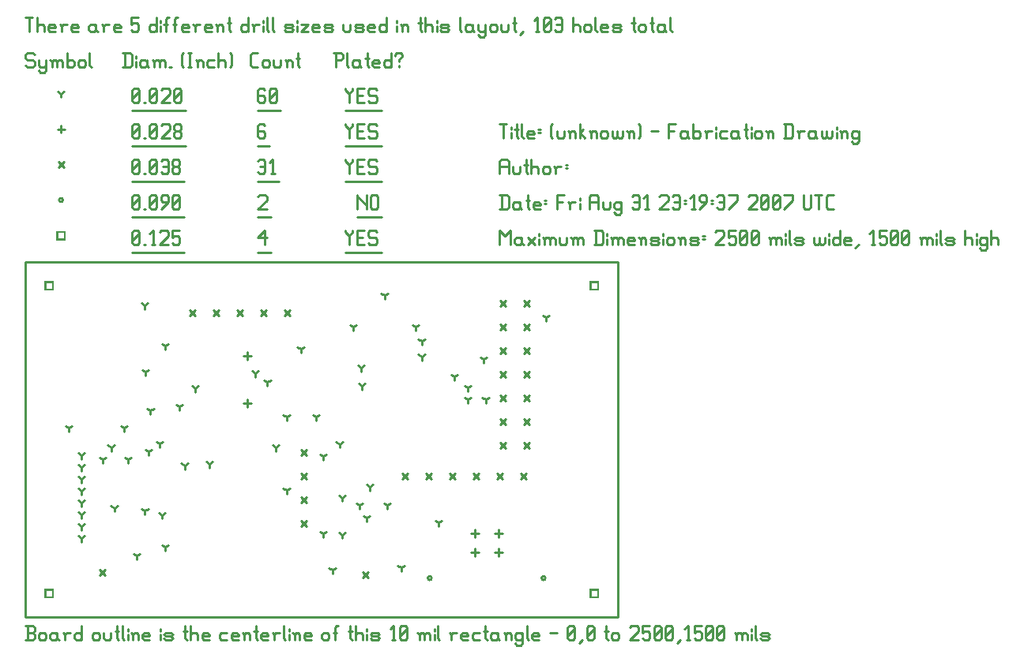
<source format=gbr>
G04 start of page 10 for group -3984 idx -3984
G04 Title: (unknown), fab *
G04 Creator: pcb 20070208 *
G04 CreationDate: Fri Aug 31 23:19:37 2007 UTC *
G04 For: sean *
G04 Format: Gerber/RS-274X *
G04 PCB-Dimensions: 250000 150000 *
G04 PCB-Coordinate-Origin: lower left *
%MOIN*%
%FSLAX24Y24*%
%LNFAB*%
%ADD11C,0.0100*%
%ADD46R,0.0080X0.0080*%
G54D46*X23840Y1160D02*X24160D01*
X23840D02*Y840D01*
X24160D01*
Y1160D02*Y840D01*
X840Y14160D02*X1160D01*
X840D02*Y13840D01*
X1160D01*
Y14160D02*Y13840D01*
X840Y1160D02*X1160D01*
X840D02*Y840D01*
X1160D01*
Y1160D02*Y840D01*
X23840Y14160D02*X24160D01*
X23840D02*Y13840D01*
X24160D01*
Y14160D02*Y13840D01*
X1340Y16285D02*X1660D01*
X1340D02*Y15965D01*
X1660D01*
Y16285D02*Y15965D01*
G54D11*X13500Y16350D02*Y16275D01*
X13650Y16125D01*
X13800Y16275D01*
Y16350D02*Y16275D01*
X13650Y16125D02*Y15750D01*
X13980Y16050D02*X14205D01*
X13980Y15750D02*X14280D01*
X13980Y16350D02*Y15750D01*
Y16350D02*X14280D01*
X14760D02*X14835Y16275D01*
X14535Y16350D02*X14760D01*
X14460Y16275D02*X14535Y16350D01*
X14460Y16275D02*Y16125D01*
X14535Y16050D01*
X14760D01*
X14835Y15975D01*
Y15825D01*
X14760Y15750D02*X14835Y15825D01*
X14535Y15750D02*X14760D01*
X14460Y15825D02*X14535Y15750D01*
X13500Y15424D02*X15015D01*
X9800Y16050D02*X10100Y16350D01*
X9800Y16050D02*X10175D01*
X10100Y16350D02*Y15750D01*
X9800Y15424D02*X10355D01*
X4500Y15825D02*X4575Y15750D01*
X4500Y16275D02*Y15825D01*
Y16275D02*X4575Y16350D01*
X4725D01*
X4800Y16275D01*
Y15825D01*
X4725Y15750D02*X4800Y15825D01*
X4575Y15750D02*X4725D01*
X4500Y15900D02*X4800Y16200D01*
X4980Y15750D02*X5055D01*
X5310D02*X5460D01*
X5385Y16350D02*Y15750D01*
X5235Y16200D02*X5385Y16350D01*
X5640Y16275D02*X5715Y16350D01*
X5940D01*
X6015Y16275D01*
Y16125D01*
X5640Y15750D02*X6015Y16125D01*
X5640Y15750D02*X6015D01*
X6195Y16350D02*X6495D01*
X6195D02*Y16050D01*
X6270Y16125D01*
X6420D01*
X6495Y16050D01*
Y15825D01*
X6420Y15750D02*X6495Y15825D01*
X6270Y15750D02*X6420D01*
X6195Y15825D02*X6270Y15750D01*
X4500Y15424D02*X6675D01*
X16970Y1650D02*G75*G03X17130Y1650I80J0D01*G01*
G75*G03X16970Y1650I-80J0D01*G01*
X21770D02*G75*G03X21930Y1650I80J0D01*G01*
G75*G03X21770Y1650I-80J0D01*G01*
X1420Y17625D02*G75*G03X1580Y17625I80J0D01*G01*
G75*G03X1420Y17625I-80J0D01*G01*
X14000Y17850D02*Y17250D01*
Y17850D02*Y17775D01*
X14375Y17400D01*
Y17850D02*Y17250D01*
X14555Y17775D02*Y17325D01*
Y17775D02*X14630Y17850D01*
X14780D01*
X14855Y17775D01*
Y17325D01*
X14780Y17250D02*X14855Y17325D01*
X14630Y17250D02*X14780D01*
X14555Y17325D02*X14630Y17250D01*
X14000Y16924D02*X15035D01*
X9800Y17775D02*X9875Y17850D01*
X10100D01*
X10175Y17775D01*
Y17625D01*
X9800Y17250D02*X10175Y17625D01*
X9800Y17250D02*X10175D01*
X9800Y16924D02*X10355D01*
X4500Y17325D02*X4575Y17250D01*
X4500Y17775D02*Y17325D01*
Y17775D02*X4575Y17850D01*
X4725D01*
X4800Y17775D01*
Y17325D01*
X4725Y17250D02*X4800Y17325D01*
X4575Y17250D02*X4725D01*
X4500Y17400D02*X4800Y17700D01*
X4980Y17250D02*X5055D01*
X5235Y17325D02*X5310Y17250D01*
X5235Y17775D02*Y17325D01*
Y17775D02*X5310Y17850D01*
X5460D01*
X5535Y17775D01*
Y17325D01*
X5460Y17250D02*X5535Y17325D01*
X5310Y17250D02*X5460D01*
X5235Y17400D02*X5535Y17700D01*
X5715Y17250D02*X6015Y17550D01*
Y17775D02*Y17550D01*
X5940Y17850D02*X6015Y17775D01*
X5790Y17850D02*X5940D01*
X5715Y17775D02*X5790Y17850D01*
X5715Y17775D02*Y17625D01*
X5790Y17550D01*
X6015D01*
X6195Y17325D02*X6270Y17250D01*
X6195Y17775D02*Y17325D01*
Y17775D02*X6270Y17850D01*
X6420D01*
X6495Y17775D01*
Y17325D01*
X6420Y17250D02*X6495Y17325D01*
X6270Y17250D02*X6420D01*
X6195Y17400D02*X6495Y17700D01*
X4500Y16924D02*X6675D01*
X15880Y6070D02*X16120Y5830D01*
X15880D02*X16120Y6070D01*
X16880D02*X17120Y5830D01*
X16880D02*X17120Y6070D01*
X17880D02*X18120Y5830D01*
X17880D02*X18120Y6070D01*
X18880D02*X19120Y5830D01*
X18880D02*X19120Y6070D01*
X19880D02*X20120Y5830D01*
X19880D02*X20120Y6070D01*
X20880D02*X21120Y5830D01*
X20880D02*X21120Y6070D01*
X11630Y7070D02*X11870Y6830D01*
X11630D02*X11870Y7070D01*
X11630Y6070D02*X11870Y5830D01*
X11630D02*X11870Y6070D01*
X11630Y5070D02*X11870Y4830D01*
X11630D02*X11870Y5070D01*
X11630Y4070D02*X11870Y3830D01*
X11630D02*X11870Y4070D01*
X6930Y12970D02*X7170Y12730D01*
X6930D02*X7170Y12970D01*
X7930D02*X8170Y12730D01*
X7930D02*X8170Y12970D01*
X8930D02*X9170Y12730D01*
X8930D02*X9170Y12970D01*
X9930D02*X10170Y12730D01*
X9930D02*X10170Y12970D01*
X10930D02*X11170Y12730D01*
X10930D02*X11170Y12970D01*
X14230Y1920D02*X14470Y1680D01*
X14230D02*X14470Y1920D01*
X3130Y2020D02*X3370Y1780D01*
X3130D02*X3370Y2020D01*
X20030Y13370D02*X20270Y13130D01*
X20030D02*X20270Y13370D01*
X21030D02*X21270Y13130D01*
X21030D02*X21270Y13370D01*
X20030Y12370D02*X20270Y12130D01*
X20030D02*X20270Y12370D01*
X21030D02*X21270Y12130D01*
X21030D02*X21270Y12370D01*
X20030Y11370D02*X20270Y11130D01*
X20030D02*X20270Y11370D01*
X21030D02*X21270Y11130D01*
X21030D02*X21270Y11370D01*
X20030Y10370D02*X20270Y10130D01*
X20030D02*X20270Y10370D01*
X21030D02*X21270Y10130D01*
X21030D02*X21270Y10370D01*
X20030Y9370D02*X20270Y9130D01*
X20030D02*X20270Y9370D01*
X21030D02*X21270Y9130D01*
X21030D02*X21270Y9370D01*
X20030Y8370D02*X20270Y8130D01*
X20030D02*X20270Y8370D01*
X21030D02*X21270Y8130D01*
X21030D02*X21270Y8370D01*
X20030Y7370D02*X20270Y7130D01*
X20030D02*X20270Y7370D01*
X21030D02*X21270Y7130D01*
X21030D02*X21270Y7370D01*
X1380Y19245D02*X1620Y19005D01*
X1380D02*X1620Y19245D01*
X13500Y19350D02*Y19275D01*
X13650Y19125D01*
X13800Y19275D01*
Y19350D02*Y19275D01*
X13650Y19125D02*Y18750D01*
X13980Y19050D02*X14205D01*
X13980Y18750D02*X14280D01*
X13980Y19350D02*Y18750D01*
Y19350D02*X14280D01*
X14760D02*X14835Y19275D01*
X14535Y19350D02*X14760D01*
X14460Y19275D02*X14535Y19350D01*
X14460Y19275D02*Y19125D01*
X14535Y19050D01*
X14760D01*
X14835Y18975D01*
Y18825D01*
X14760Y18750D02*X14835Y18825D01*
X14535Y18750D02*X14760D01*
X14460Y18825D02*X14535Y18750D01*
X13500Y18424D02*X15015D01*
X9800Y19275D02*X9875Y19350D01*
X10025D01*
X10100Y19275D01*
Y18825D01*
X10025Y18750D02*X10100Y18825D01*
X9875Y18750D02*X10025D01*
X9800Y18825D02*X9875Y18750D01*
Y19050D02*X10100D01*
X10355Y18750D02*X10505D01*
X10430Y19350D02*Y18750D01*
X10280Y19200D02*X10430Y19350D01*
X9800Y18424D02*X10685D01*
X4500Y18825D02*X4575Y18750D01*
X4500Y19275D02*Y18825D01*
Y19275D02*X4575Y19350D01*
X4725D01*
X4800Y19275D01*
Y18825D01*
X4725Y18750D02*X4800Y18825D01*
X4575Y18750D02*X4725D01*
X4500Y18900D02*X4800Y19200D01*
X4980Y18750D02*X5055D01*
X5235Y18825D02*X5310Y18750D01*
X5235Y19275D02*Y18825D01*
Y19275D02*X5310Y19350D01*
X5460D01*
X5535Y19275D01*
Y18825D01*
X5460Y18750D02*X5535Y18825D01*
X5310Y18750D02*X5460D01*
X5235Y18900D02*X5535Y19200D01*
X5715Y19275D02*X5790Y19350D01*
X5940D01*
X6015Y19275D01*
Y18825D01*
X5940Y18750D02*X6015Y18825D01*
X5790Y18750D02*X5940D01*
X5715Y18825D02*X5790Y18750D01*
Y19050D02*X6015D01*
X6195Y18825D02*X6270Y18750D01*
X6195Y18975D02*Y18825D01*
Y18975D02*X6270Y19050D01*
X6420D01*
X6495Y18975D01*
Y18825D01*
X6420Y18750D02*X6495Y18825D01*
X6270Y18750D02*X6420D01*
X6195Y19125D02*X6270Y19050D01*
X6195Y19275D02*Y19125D01*
Y19275D02*X6270Y19350D01*
X6420D01*
X6495Y19275D01*
Y19125D01*
X6420Y19050D02*X6495Y19125D01*
X4500Y18424D02*X6675D01*
X19950Y3710D02*Y3390D01*
X19790Y3550D02*X20110D01*
X18950Y3710D02*Y3390D01*
X18790Y3550D02*X19110D01*
X18950Y2910D02*Y2590D01*
X18790Y2750D02*X19110D01*
X19950Y2910D02*Y2590D01*
X19790Y2750D02*X20110D01*
X9350Y11210D02*Y10890D01*
X9190Y11050D02*X9510D01*
X9350Y9210D02*Y8890D01*
X9190Y9050D02*X9510D01*
X1500Y20785D02*Y20465D01*
X1340Y20625D02*X1660D01*
X13500Y20850D02*Y20775D01*
X13650Y20625D01*
X13800Y20775D01*
Y20850D02*Y20775D01*
X13650Y20625D02*Y20250D01*
X13980Y20550D02*X14205D01*
X13980Y20250D02*X14280D01*
X13980Y20850D02*Y20250D01*
Y20850D02*X14280D01*
X14760D02*X14835Y20775D01*
X14535Y20850D02*X14760D01*
X14460Y20775D02*X14535Y20850D01*
X14460Y20775D02*Y20625D01*
X14535Y20550D01*
X14760D01*
X14835Y20475D01*
Y20325D01*
X14760Y20250D02*X14835Y20325D01*
X14535Y20250D02*X14760D01*
X14460Y20325D02*X14535Y20250D01*
X13500Y19924D02*X15015D01*
X10025Y20850D02*X10100Y20775D01*
X9875Y20850D02*X10025D01*
X9800Y20775D02*X9875Y20850D01*
X9800Y20775D02*Y20325D01*
X9875Y20250D01*
X10025Y20550D02*X10100Y20475D01*
X9800Y20550D02*X10025D01*
X9875Y20250D02*X10025D01*
X10100Y20325D01*
Y20475D02*Y20325D01*
X9800Y19924D02*X10280D01*
X4500Y20325D02*X4575Y20250D01*
X4500Y20775D02*Y20325D01*
Y20775D02*X4575Y20850D01*
X4725D01*
X4800Y20775D01*
Y20325D01*
X4725Y20250D02*X4800Y20325D01*
X4575Y20250D02*X4725D01*
X4500Y20400D02*X4800Y20700D01*
X4980Y20250D02*X5055D01*
X5235Y20325D02*X5310Y20250D01*
X5235Y20775D02*Y20325D01*
Y20775D02*X5310Y20850D01*
X5460D01*
X5535Y20775D01*
Y20325D01*
X5460Y20250D02*X5535Y20325D01*
X5310Y20250D02*X5460D01*
X5235Y20400D02*X5535Y20700D01*
X5715Y20775D02*X5790Y20850D01*
X6015D01*
X6090Y20775D01*
Y20625D01*
X5715Y20250D02*X6090Y20625D01*
X5715Y20250D02*X6090D01*
X6270Y20325D02*X6345Y20250D01*
X6270Y20475D02*Y20325D01*
Y20475D02*X6345Y20550D01*
X6495D01*
X6570Y20475D01*
Y20325D01*
X6495Y20250D02*X6570Y20325D01*
X6345Y20250D02*X6495D01*
X6270Y20625D02*X6345Y20550D01*
X6270Y20775D02*Y20625D01*
Y20775D02*X6345Y20850D01*
X6495D01*
X6570Y20775D01*
Y20625D01*
X6495Y20550D02*X6570Y20625D01*
X4500Y19924D02*X6750D01*
X18650Y9200D02*Y9040D01*
Y9200D02*X18788Y9280D01*
X18650Y9200D02*X18511Y9280D01*
X18650Y9700D02*Y9540D01*
Y9700D02*X18788Y9780D01*
X18650Y9700D02*X18511Y9780D01*
X2350Y6850D02*Y6690D01*
Y6850D02*X2488Y6930D01*
X2350Y6850D02*X2211Y6930D01*
X2350Y6350D02*Y6190D01*
Y6350D02*X2488Y6430D01*
X2350Y6350D02*X2211Y6430D01*
X2350Y5850D02*Y5690D01*
Y5850D02*X2488Y5930D01*
X2350Y5850D02*X2211Y5930D01*
X2350Y5350D02*Y5190D01*
Y5350D02*X2488Y5430D01*
X2350Y5350D02*X2211Y5430D01*
X2350Y4850D02*Y4690D01*
Y4850D02*X2488Y4930D01*
X2350Y4850D02*X2211Y4930D01*
X2350Y4350D02*Y4190D01*
Y4350D02*X2488Y4430D01*
X2350Y4350D02*X2211Y4430D01*
X2350Y3850D02*Y3690D01*
Y3850D02*X2488Y3930D01*
X2350Y3850D02*X2211Y3930D01*
X2350Y3350D02*Y3190D01*
Y3350D02*X2488Y3430D01*
X2350Y3350D02*X2211Y3430D01*
X14380Y4200D02*Y4040D01*
Y4200D02*X14518Y4280D01*
X14380Y4200D02*X14241Y4280D01*
X4680Y2600D02*Y2440D01*
Y2600D02*X4818Y2680D01*
X4680Y2600D02*X4541Y2680D01*
X14150Y10550D02*Y10390D01*
Y10550D02*X14288Y10630D01*
X14150Y10550D02*X14011Y10630D01*
X3740Y4620D02*Y4460D01*
Y4620D02*X3878Y4700D01*
X3740Y4620D02*X3601Y4700D01*
X5035Y4500D02*Y4340D01*
Y4500D02*X5173Y4580D01*
X5035Y4500D02*X4896Y4580D01*
X15140Y13600D02*Y13440D01*
Y13600D02*X15278Y13680D01*
X15140Y13600D02*X15001Y13680D01*
X7759Y6480D02*Y6320D01*
Y6480D02*X7898Y6560D01*
X7759Y6480D02*X7621Y6560D01*
X13240Y7320D02*Y7160D01*
Y7320D02*X13378Y7400D01*
X13240Y7320D02*X13101Y7400D01*
X17428Y4000D02*Y3840D01*
Y4000D02*X17567Y4080D01*
X17428Y4000D02*X17290Y4080D01*
X13345Y3490D02*Y3330D01*
Y3490D02*X13483Y3570D01*
X13345Y3490D02*X13206Y3570D01*
X13345Y5059D02*Y4899D01*
Y5059D02*X13483Y5139D01*
X13345Y5059D02*X13206Y5139D01*
X12940Y2000D02*Y1840D01*
Y2000D02*X13078Y2080D01*
X12940Y2000D02*X12801Y2080D01*
X12550Y3530D02*Y3370D01*
Y3530D02*X12688Y3610D01*
X12550Y3530D02*X12411Y3610D01*
X15840Y2110D02*Y1950D01*
Y2110D02*X15978Y2190D01*
X15840Y2110D02*X15701Y2190D01*
X4160Y8000D02*Y7840D01*
Y8000D02*X4298Y8080D01*
X4160Y8000D02*X4021Y8080D01*
X1830Y8000D02*Y7840D01*
Y8000D02*X1968Y8080D01*
X1830Y8000D02*X1691Y8080D01*
X3610Y7185D02*Y7025D01*
Y7185D02*X3748Y7265D01*
X3610Y7185D02*X3471Y7265D01*
X5030Y13180D02*Y13020D01*
Y13180D02*X5168Y13260D01*
X5030Y13180D02*X4891Y13260D01*
X13817Y12264D02*Y12104D01*
Y12264D02*X13956Y12344D01*
X13817Y12264D02*X13678Y12344D01*
X5055Y10360D02*Y10200D01*
Y10360D02*X5194Y10440D01*
X5055Y10360D02*X4916Y10440D01*
X14525Y5519D02*Y5359D01*
Y5519D02*X14663Y5599D01*
X14525Y5519D02*X14386Y5599D01*
X10202Y9929D02*Y9769D01*
Y9929D02*X10341Y10009D01*
X10202Y9929D02*X10063Y10009D01*
X3250Y6670D02*Y6510D01*
Y6670D02*X3388Y6750D01*
X3250Y6670D02*X3111Y6750D01*
X5760Y4320D02*Y4160D01*
Y4320D02*X5898Y4400D01*
X5760Y4320D02*X5621Y4400D01*
X6490Y8893D02*Y8733D01*
Y8893D02*X6628Y8973D01*
X6490Y8893D02*X6351Y8973D01*
X11010Y8475D02*Y8315D01*
Y8475D02*X11148Y8555D01*
X11010Y8475D02*X10871Y8555D01*
X11010Y5370D02*Y5210D01*
Y5370D02*X11148Y5450D01*
X11010Y5370D02*X10871Y5450D01*
X5900Y2960D02*Y2800D01*
Y2960D02*X6038Y3040D01*
X5900Y2960D02*X5761Y3040D01*
X6710Y6419D02*Y6259D01*
Y6419D02*X6848Y6499D01*
X6710Y6419D02*X6571Y6499D01*
X4320Y6679D02*Y6519D01*
Y6679D02*X4458Y6759D01*
X4320Y6679D02*X4181Y6759D01*
X5180Y7005D02*Y6845D01*
Y7005D02*X5318Y7085D01*
X5180Y7005D02*X5041Y7085D01*
X11605Y11340D02*Y11180D01*
Y11340D02*X11743Y11420D01*
X11605Y11340D02*X11466Y11420D01*
X5886Y11461D02*Y11301D01*
Y11461D02*X6024Y11541D01*
X5886Y11461D02*X5747Y11541D01*
X5650Y7330D02*Y7170D01*
Y7330D02*X5788Y7410D01*
X5650Y7330D02*X5511Y7410D01*
X14180Y9785D02*Y9625D01*
Y9785D02*X14318Y9865D01*
X14180Y9785D02*X14041Y9865D01*
X19326Y10905D02*Y10745D01*
Y10905D02*X19465Y10985D01*
X19326Y10905D02*X19188Y10985D01*
X16465Y12264D02*Y12104D01*
Y12264D02*X16603Y12344D01*
X16465Y12264D02*X16326Y12344D01*
X16705Y11015D02*Y10855D01*
Y11015D02*X16843Y11095D01*
X16705Y11015D02*X16566Y11095D01*
X19410Y9193D02*Y9033D01*
Y9193D02*X19548Y9273D01*
X19410Y9193D02*X19271Y9273D01*
X16705Y11670D02*Y11510D01*
Y11670D02*X16843Y11750D01*
X16705Y11670D02*X16566Y11750D01*
X21957Y12669D02*Y12509D01*
Y12669D02*X22096Y12749D01*
X21957Y12669D02*X21819Y12749D01*
X18097Y10170D02*Y10010D01*
Y10170D02*X18236Y10250D01*
X18097Y10170D02*X17958Y10250D01*
X9680Y10314D02*Y10154D01*
Y10314D02*X9818Y10394D01*
X9680Y10314D02*X9541Y10394D01*
X12565Y6810D02*Y6650D01*
Y6810D02*X12703Y6890D01*
X12565Y6810D02*X12426Y6890D01*
X5269Y8731D02*Y8571D01*
Y8731D02*X5408Y8811D01*
X5269Y8731D02*X5131Y8811D01*
X10550Y7180D02*Y7020D01*
Y7180D02*X10688Y7260D01*
X10550Y7180D02*X10411Y7260D01*
X14100Y4739D02*Y4579D01*
Y4739D02*X14238Y4819D01*
X14100Y4739D02*X13961Y4819D01*
X15250Y4739D02*Y4579D01*
Y4739D02*X15388Y4819D01*
X15250Y4739D02*X15111Y4819D01*
X12245Y8475D02*Y8315D01*
Y8475D02*X12383Y8555D01*
X12245Y8475D02*X12106Y8555D01*
X7160Y9680D02*Y9520D01*
Y9680D02*X7298Y9760D01*
X7160Y9680D02*X7021Y9760D01*
X1500Y22125D02*Y21965D01*
Y22125D02*X1638Y22205D01*
X1500Y22125D02*X1361Y22205D01*
X13500Y22350D02*Y22275D01*
X13650Y22125D01*
X13800Y22275D01*
Y22350D02*Y22275D01*
X13650Y22125D02*Y21750D01*
X13980Y22050D02*X14205D01*
X13980Y21750D02*X14280D01*
X13980Y22350D02*Y21750D01*
Y22350D02*X14280D01*
X14760D02*X14835Y22275D01*
X14535Y22350D02*X14760D01*
X14460Y22275D02*X14535Y22350D01*
X14460Y22275D02*Y22125D01*
X14535Y22050D01*
X14760D01*
X14835Y21975D01*
Y21825D01*
X14760Y21750D02*X14835Y21825D01*
X14535Y21750D02*X14760D01*
X14460Y21825D02*X14535Y21750D01*
X13500Y21424D02*X15015D01*
X10025Y22350D02*X10100Y22275D01*
X9875Y22350D02*X10025D01*
X9800Y22275D02*X9875Y22350D01*
X9800Y22275D02*Y21825D01*
X9875Y21750D01*
X10025Y22050D02*X10100Y21975D01*
X9800Y22050D02*X10025D01*
X9875Y21750D02*X10025D01*
X10100Y21825D01*
Y21975D02*Y21825D01*
X10280D02*X10355Y21750D01*
X10280Y22275D02*Y21825D01*
Y22275D02*X10355Y22350D01*
X10505D01*
X10580Y22275D01*
Y21825D01*
X10505Y21750D02*X10580Y21825D01*
X10355Y21750D02*X10505D01*
X10280Y21900D02*X10580Y22200D01*
X9800Y21424D02*X10760D01*
X4500Y21825D02*X4575Y21750D01*
X4500Y22275D02*Y21825D01*
Y22275D02*X4575Y22350D01*
X4725D01*
X4800Y22275D01*
Y21825D01*
X4725Y21750D02*X4800Y21825D01*
X4575Y21750D02*X4725D01*
X4500Y21900D02*X4800Y22200D01*
X4980Y21750D02*X5055D01*
X5235Y21825D02*X5310Y21750D01*
X5235Y22275D02*Y21825D01*
Y22275D02*X5310Y22350D01*
X5460D01*
X5535Y22275D01*
Y21825D01*
X5460Y21750D02*X5535Y21825D01*
X5310Y21750D02*X5460D01*
X5235Y21900D02*X5535Y22200D01*
X5715Y22275D02*X5790Y22350D01*
X6015D01*
X6090Y22275D01*
Y22125D01*
X5715Y21750D02*X6090Y22125D01*
X5715Y21750D02*X6090D01*
X6270Y21825D02*X6345Y21750D01*
X6270Y22275D02*Y21825D01*
Y22275D02*X6345Y22350D01*
X6495D01*
X6570Y22275D01*
Y21825D01*
X6495Y21750D02*X6570Y21825D01*
X6345Y21750D02*X6495D01*
X6270Y21900D02*X6570Y22200D01*
X4500Y21424D02*X6750D01*
X300Y23850D02*X375Y23775D01*
X75Y23850D02*X300D01*
X0Y23775D02*X75Y23850D01*
X0Y23775D02*Y23625D01*
X75Y23550D01*
X300D01*
X375Y23475D01*
Y23325D01*
X300Y23250D02*X375Y23325D01*
X75Y23250D02*X300D01*
X0Y23325D02*X75Y23250D01*
X555Y23550D02*Y23325D01*
X630Y23250D01*
X855Y23550D02*Y23100D01*
X780Y23025D02*X855Y23100D01*
X630Y23025D02*X780D01*
X555Y23100D02*X630Y23025D01*
Y23250D02*X780D01*
X855Y23325D01*
X1110Y23475D02*Y23250D01*
Y23475D02*X1185Y23550D01*
X1260D01*
X1335Y23475D01*
Y23250D01*
Y23475D02*X1410Y23550D01*
X1485D01*
X1560Y23475D01*
Y23250D01*
X1035Y23550D02*X1110Y23475D01*
X1740Y23850D02*Y23250D01*
Y23325D02*X1815Y23250D01*
X1965D01*
X2040Y23325D01*
Y23475D02*Y23325D01*
X1965Y23550D02*X2040Y23475D01*
X1815Y23550D02*X1965D01*
X1740Y23475D02*X1815Y23550D01*
X2220Y23475D02*Y23325D01*
Y23475D02*X2295Y23550D01*
X2445D01*
X2520Y23475D01*
Y23325D01*
X2445Y23250D02*X2520Y23325D01*
X2295Y23250D02*X2445D01*
X2220Y23325D02*X2295Y23250D01*
X2700Y23850D02*Y23325D01*
X2775Y23250D01*
X4175Y23850D02*Y23250D01*
X4400Y23850D02*X4475Y23775D01*
Y23325D01*
X4400Y23250D02*X4475Y23325D01*
X4100Y23250D02*X4400D01*
X4100Y23850D02*X4400D01*
X4655Y23700D02*Y23625D01*
Y23475D02*Y23250D01*
X5030Y23550D02*X5105Y23475D01*
X4880Y23550D02*X5030D01*
X4805Y23475D02*X4880Y23550D01*
X4805Y23475D02*Y23325D01*
X4880Y23250D01*
X5105Y23550D02*Y23325D01*
X5180Y23250D01*
X4880D02*X5030D01*
X5105Y23325D01*
X5435Y23475D02*Y23250D01*
Y23475D02*X5510Y23550D01*
X5585D01*
X5660Y23475D01*
Y23250D01*
Y23475D02*X5735Y23550D01*
X5810D01*
X5885Y23475D01*
Y23250D01*
X5360Y23550D02*X5435Y23475D01*
X6065Y23250D02*X6140D01*
X6590Y23325D02*X6665Y23250D01*
X6590Y23775D02*X6665Y23850D01*
X6590Y23775D02*Y23325D01*
X6845Y23850D02*X6995D01*
X6920D02*Y23250D01*
X6845D02*X6995D01*
X7251Y23475D02*Y23250D01*
Y23475D02*X7326Y23550D01*
X7401D01*
X7476Y23475D01*
Y23250D01*
X7176Y23550D02*X7251Y23475D01*
X7731Y23550D02*X7956D01*
X7656Y23475D02*X7731Y23550D01*
X7656Y23475D02*Y23325D01*
X7731Y23250D01*
X7956D01*
X8136Y23850D02*Y23250D01*
Y23475D02*X8211Y23550D01*
X8361D01*
X8436Y23475D01*
Y23250D01*
X8616Y23850D02*X8691Y23775D01*
Y23325D01*
X8616Y23250D02*X8691Y23325D01*
X9575Y23250D02*X9800D01*
X9500Y23325D02*X9575Y23250D01*
X9500Y23775D02*Y23325D01*
Y23775D02*X9575Y23850D01*
X9800D01*
X9980Y23475D02*Y23325D01*
Y23475D02*X10055Y23550D01*
X10205D01*
X10280Y23475D01*
Y23325D01*
X10205Y23250D02*X10280Y23325D01*
X10055Y23250D02*X10205D01*
X9980Y23325D02*X10055Y23250D01*
X10460Y23550D02*Y23325D01*
X10535Y23250D01*
X10685D01*
X10760Y23325D01*
Y23550D02*Y23325D01*
X11015Y23475D02*Y23250D01*
Y23475D02*X11090Y23550D01*
X11165D01*
X11240Y23475D01*
Y23250D01*
X10940Y23550D02*X11015Y23475D01*
X11495Y23850D02*Y23325D01*
X11570Y23250D01*
X11420Y23625D02*X11570D01*
X13075Y23850D02*Y23250D01*
X13000Y23850D02*X13300D01*
X13375Y23775D01*
Y23625D01*
X13300Y23550D02*X13375Y23625D01*
X13075Y23550D02*X13300D01*
X13555Y23850D02*Y23325D01*
X13630Y23250D01*
X14005Y23550D02*X14080Y23475D01*
X13855Y23550D02*X14005D01*
X13780Y23475D02*X13855Y23550D01*
X13780Y23475D02*Y23325D01*
X13855Y23250D01*
X14080Y23550D02*Y23325D01*
X14155Y23250D01*
X13855D02*X14005D01*
X14080Y23325D01*
X14410Y23850D02*Y23325D01*
X14485Y23250D01*
X14335Y23625D02*X14485D01*
X14710Y23250D02*X14935D01*
X14635Y23325D02*X14710Y23250D01*
X14635Y23475D02*Y23325D01*
Y23475D02*X14710Y23550D01*
X14860D01*
X14935Y23475D01*
X14635Y23400D02*X14935D01*
Y23475D02*Y23400D01*
X15415Y23850D02*Y23250D01*
X15340D02*X15415Y23325D01*
X15190Y23250D02*X15340D01*
X15115Y23325D02*X15190Y23250D01*
X15115Y23475D02*Y23325D01*
Y23475D02*X15190Y23550D01*
X15340D01*
X15415Y23475D01*
X15745Y23550D02*Y23475D01*
Y23325D02*Y23250D01*
X15595Y23775D02*Y23700D01*
Y23775D02*X15670Y23850D01*
X15820D01*
X15895Y23775D01*
Y23700D01*
X15745Y23550D02*X15895Y23700D01*
X0Y25350D02*X300D01*
X150D02*Y24750D01*
X480Y25350D02*Y24750D01*
Y24975D02*X555Y25050D01*
X705D01*
X780Y24975D01*
Y24750D01*
X1035D02*X1260D01*
X960Y24825D02*X1035Y24750D01*
X960Y24975D02*Y24825D01*
Y24975D02*X1035Y25050D01*
X1185D01*
X1260Y24975D01*
X960Y24900D02*X1260D01*
Y24975D02*Y24900D01*
X1515Y24975D02*Y24750D01*
Y24975D02*X1590Y25050D01*
X1740D01*
X1440D02*X1515Y24975D01*
X1995Y24750D02*X2220D01*
X1920Y24825D02*X1995Y24750D01*
X1920Y24975D02*Y24825D01*
Y24975D02*X1995Y25050D01*
X2145D01*
X2220Y24975D01*
X1920Y24900D02*X2220D01*
Y24975D02*Y24900D01*
X2895Y25050D02*X2970Y24975D01*
X2745Y25050D02*X2895D01*
X2670Y24975D02*X2745Y25050D01*
X2670Y24975D02*Y24825D01*
X2745Y24750D01*
X2970Y25050D02*Y24825D01*
X3045Y24750D01*
X2745D02*X2895D01*
X2970Y24825D01*
X3300Y24975D02*Y24750D01*
Y24975D02*X3375Y25050D01*
X3525D01*
X3225D02*X3300Y24975D01*
X3781Y24750D02*X4006D01*
X3706Y24825D02*X3781Y24750D01*
X3706Y24975D02*Y24825D01*
Y24975D02*X3781Y25050D01*
X3931D01*
X4006Y24975D01*
X3706Y24900D02*X4006D01*
Y24975D02*Y24900D01*
X4456Y25350D02*X4756D01*
X4456D02*Y25050D01*
X4531Y25125D01*
X4681D01*
X4756Y25050D01*
Y24825D01*
X4681Y24750D02*X4756Y24825D01*
X4531Y24750D02*X4681D01*
X4456Y24825D02*X4531Y24750D01*
X5506Y25350D02*Y24750D01*
X5431D02*X5506Y24825D01*
X5281Y24750D02*X5431D01*
X5206Y24825D02*X5281Y24750D01*
X5206Y24975D02*Y24825D01*
Y24975D02*X5281Y25050D01*
X5431D01*
X5506Y24975D01*
X5686Y25200D02*Y25125D01*
Y24975D02*Y24750D01*
X5911Y25275D02*Y24750D01*
Y25275D02*X5986Y25350D01*
X6061D01*
X5836Y25050D02*X5986D01*
X6286Y25275D02*Y24750D01*
Y25275D02*X6361Y25350D01*
X6436D01*
X6211Y25050D02*X6361D01*
X6661Y24750D02*X6886D01*
X6586Y24825D02*X6661Y24750D01*
X6586Y24975D02*Y24825D01*
Y24975D02*X6661Y25050D01*
X6811D01*
X6886Y24975D01*
X6586Y24900D02*X6886D01*
Y24975D02*Y24900D01*
X7142Y24975D02*Y24750D01*
Y24975D02*X7217Y25050D01*
X7367D01*
X7067D02*X7142Y24975D01*
X7622Y24750D02*X7847D01*
X7547Y24825D02*X7622Y24750D01*
X7547Y24975D02*Y24825D01*
Y24975D02*X7622Y25050D01*
X7772D01*
X7847Y24975D01*
X7547Y24900D02*X7847D01*
Y24975D02*Y24900D01*
X8102Y24975D02*Y24750D01*
Y24975D02*X8177Y25050D01*
X8252D01*
X8327Y24975D01*
Y24750D01*
X8027Y25050D02*X8102Y24975D01*
X8582Y25350D02*Y24825D01*
X8657Y24750D01*
X8507Y25125D02*X8657D01*
X9377Y25350D02*Y24750D01*
X9302D02*X9377Y24825D01*
X9152Y24750D02*X9302D01*
X9077Y24825D02*X9152Y24750D01*
X9077Y24975D02*Y24825D01*
Y24975D02*X9152Y25050D01*
X9302D01*
X9377Y24975D01*
X9632D02*Y24750D01*
Y24975D02*X9707Y25050D01*
X9857D01*
X9557D02*X9632Y24975D01*
X10038Y25200D02*Y25125D01*
Y24975D02*Y24750D01*
X10188Y25350D02*Y24825D01*
X10263Y24750D01*
X10413Y25350D02*Y24825D01*
X10488Y24750D01*
X10983D02*X11208D01*
X11283Y24825D01*
X11208Y24900D02*X11283Y24825D01*
X10983Y24900D02*X11208D01*
X10908Y24975D02*X10983Y24900D01*
X10908Y24975D02*X10983Y25050D01*
X11208D01*
X11283Y24975D01*
X10908Y24825D02*X10983Y24750D01*
X11463Y25200D02*Y25125D01*
Y24975D02*Y24750D01*
X11613Y25050D02*X11913D01*
X11613Y24750D02*X11913Y25050D01*
X11613Y24750D02*X11913D01*
X12168D02*X12393D01*
X12093Y24825D02*X12168Y24750D01*
X12093Y24975D02*Y24825D01*
Y24975D02*X12168Y25050D01*
X12318D01*
X12393Y24975D01*
X12093Y24900D02*X12393D01*
Y24975D02*Y24900D01*
X12649Y24750D02*X12874D01*
X12949Y24825D01*
X12874Y24900D02*X12949Y24825D01*
X12649Y24900D02*X12874D01*
X12574Y24975D02*X12649Y24900D01*
X12574Y24975D02*X12649Y25050D01*
X12874D01*
X12949Y24975D01*
X12574Y24825D02*X12649Y24750D01*
X13399Y25050D02*Y24825D01*
X13474Y24750D01*
X13624D01*
X13699Y24825D01*
Y25050D02*Y24825D01*
X13954Y24750D02*X14179D01*
X14254Y24825D01*
X14179Y24900D02*X14254Y24825D01*
X13954Y24900D02*X14179D01*
X13879Y24975D02*X13954Y24900D01*
X13879Y24975D02*X13954Y25050D01*
X14179D01*
X14254Y24975D01*
X13879Y24825D02*X13954Y24750D01*
X14509D02*X14734D01*
X14434Y24825D02*X14509Y24750D01*
X14434Y24975D02*Y24825D01*
Y24975D02*X14509Y25050D01*
X14659D01*
X14734Y24975D01*
X14434Y24900D02*X14734D01*
Y24975D02*Y24900D01*
X15214Y25350D02*Y24750D01*
X15139D02*X15214Y24825D01*
X14989Y24750D02*X15139D01*
X14914Y24825D02*X14989Y24750D01*
X14914Y24975D02*Y24825D01*
Y24975D02*X14989Y25050D01*
X15139D01*
X15214Y24975D01*
X15664Y25200D02*Y25125D01*
Y24975D02*Y24750D01*
X15889Y24975D02*Y24750D01*
Y24975D02*X15964Y25050D01*
X16039D01*
X16114Y24975D01*
Y24750D01*
X15814Y25050D02*X15889Y24975D01*
X16640Y25350D02*Y24825D01*
X16715Y24750D01*
X16565Y25125D02*X16715D01*
X16865Y25350D02*Y24750D01*
Y24975D02*X16940Y25050D01*
X17090D01*
X17165Y24975D01*
Y24750D01*
X17345Y25200D02*Y25125D01*
Y24975D02*Y24750D01*
X17570D02*X17795D01*
X17870Y24825D01*
X17795Y24900D02*X17870Y24825D01*
X17570Y24900D02*X17795D01*
X17495Y24975D02*X17570Y24900D01*
X17495Y24975D02*X17570Y25050D01*
X17795D01*
X17870Y24975D01*
X17495Y24825D02*X17570Y24750D01*
X18320Y25350D02*Y24825D01*
X18395Y24750D01*
X18770Y25050D02*X18845Y24975D01*
X18620Y25050D02*X18770D01*
X18545Y24975D02*X18620Y25050D01*
X18545Y24975D02*Y24825D01*
X18620Y24750D01*
X18845Y25050D02*Y24825D01*
X18920Y24750D01*
X18620D02*X18770D01*
X18845Y24825D01*
X19101Y25050D02*Y24825D01*
X19176Y24750D01*
X19401Y25050D02*Y24600D01*
X19326Y24525D02*X19401Y24600D01*
X19176Y24525D02*X19326D01*
X19101Y24600D02*X19176Y24525D01*
Y24750D02*X19326D01*
X19401Y24825D01*
X19581Y24975D02*Y24825D01*
Y24975D02*X19656Y25050D01*
X19806D01*
X19881Y24975D01*
Y24825D01*
X19806Y24750D02*X19881Y24825D01*
X19656Y24750D02*X19806D01*
X19581Y24825D02*X19656Y24750D01*
X20061Y25050D02*Y24825D01*
X20136Y24750D01*
X20286D01*
X20361Y24825D01*
Y25050D02*Y24825D01*
X20616Y25350D02*Y24825D01*
X20691Y24750D01*
X20541Y25125D02*X20691D01*
X20841Y24600D02*X20991Y24750D01*
X21516D02*X21666D01*
X21591Y25350D02*Y24750D01*
X21441Y25200D02*X21591Y25350D01*
X21846Y24825D02*X21921Y24750D01*
X21846Y25275D02*Y24825D01*
Y25275D02*X21921Y25350D01*
X22071D01*
X22146Y25275D01*
Y24825D01*
X22071Y24750D02*X22146Y24825D01*
X21921Y24750D02*X22071D01*
X21846Y24900D02*X22146Y25200D01*
X22327Y25275D02*X22402Y25350D01*
X22552D01*
X22627Y25275D01*
Y24825D01*
X22552Y24750D02*X22627Y24825D01*
X22402Y24750D02*X22552D01*
X22327Y24825D02*X22402Y24750D01*
Y25050D02*X22627D01*
X23077Y25350D02*Y24750D01*
Y24975D02*X23152Y25050D01*
X23302D01*
X23377Y24975D01*
Y24750D01*
X23557Y24975D02*Y24825D01*
Y24975D02*X23632Y25050D01*
X23782D01*
X23857Y24975D01*
Y24825D01*
X23782Y24750D02*X23857Y24825D01*
X23632Y24750D02*X23782D01*
X23557Y24825D02*X23632Y24750D01*
X24037Y25350D02*Y24825D01*
X24112Y24750D01*
X24337D02*X24562D01*
X24262Y24825D02*X24337Y24750D01*
X24262Y24975D02*Y24825D01*
Y24975D02*X24337Y25050D01*
X24487D01*
X24562Y24975D01*
X24262Y24900D02*X24562D01*
Y24975D02*Y24900D01*
X24817Y24750D02*X25042D01*
X25117Y24825D01*
X25042Y24900D02*X25117Y24825D01*
X24817Y24900D02*X25042D01*
X24742Y24975D02*X24817Y24900D01*
X24742Y24975D02*X24817Y25050D01*
X25042D01*
X25117Y24975D01*
X24742Y24825D02*X24817Y24750D01*
X25642Y25350D02*Y24825D01*
X25717Y24750D01*
X25567Y25125D02*X25717D01*
X25868Y24975D02*Y24825D01*
Y24975D02*X25943Y25050D01*
X26093D01*
X26168Y24975D01*
Y24825D01*
X26093Y24750D02*X26168Y24825D01*
X25943Y24750D02*X26093D01*
X25868Y24825D02*X25943Y24750D01*
X26423Y25350D02*Y24825D01*
X26498Y24750D01*
X26348Y25125D02*X26498D01*
X26873Y25050D02*X26948Y24975D01*
X26723Y25050D02*X26873D01*
X26648Y24975D02*X26723Y25050D01*
X26648Y24975D02*Y24825D01*
X26723Y24750D01*
X26948Y25050D02*Y24825D01*
X27023Y24750D01*
X26723D02*X26873D01*
X26948Y24825D01*
X27203Y25350D02*Y24825D01*
X27278Y24750D01*
X0Y15000D02*X25000D01*
X0D02*Y0D01*
X25000Y15000D02*Y0D01*
X0D02*X25000D01*
X20000Y16350D02*Y15750D01*
Y16350D02*X20225Y16125D01*
X20450Y16350D01*
Y15750D01*
X20855Y16050D02*X20930Y15975D01*
X20705Y16050D02*X20855D01*
X20630Y15975D02*X20705Y16050D01*
X20630Y15975D02*Y15825D01*
X20705Y15750D01*
X20930Y16050D02*Y15825D01*
X21005Y15750D01*
X20705D02*X20855D01*
X20930Y15825D01*
X21185Y16050D02*X21485Y15750D01*
X21185D02*X21485Y16050D01*
X21665Y16200D02*Y16125D01*
Y15975D02*Y15750D01*
X21890Y15975D02*Y15750D01*
Y15975D02*X21965Y16050D01*
X22040D01*
X22115Y15975D01*
Y15750D01*
Y15975D02*X22190Y16050D01*
X22265D01*
X22340Y15975D01*
Y15750D01*
X21815Y16050D02*X21890Y15975D01*
X22520Y16050D02*Y15825D01*
X22595Y15750D01*
X22745D01*
X22820Y15825D01*
Y16050D02*Y15825D01*
X23075Y15975D02*Y15750D01*
Y15975D02*X23150Y16050D01*
X23225D01*
X23300Y15975D01*
Y15750D01*
Y15975D02*X23375Y16050D01*
X23450D01*
X23525Y15975D01*
Y15750D01*
X23000Y16050D02*X23075Y15975D01*
X24051Y16350D02*Y15750D01*
X24276Y16350D02*X24351Y16275D01*
Y15825D01*
X24276Y15750D02*X24351Y15825D01*
X23976Y15750D02*X24276D01*
X23976Y16350D02*X24276D01*
X24531Y16200D02*Y16125D01*
Y15975D02*Y15750D01*
X24756Y15975D02*Y15750D01*
Y15975D02*X24831Y16050D01*
X24906D01*
X24981Y15975D01*
Y15750D01*
Y15975D02*X25056Y16050D01*
X25131D01*
X25206Y15975D01*
Y15750D01*
X24681Y16050D02*X24756Y15975D01*
X25461Y15750D02*X25686D01*
X25386Y15825D02*X25461Y15750D01*
X25386Y15975D02*Y15825D01*
Y15975D02*X25461Y16050D01*
X25611D01*
X25686Y15975D01*
X25386Y15900D02*X25686D01*
Y15975D02*Y15900D01*
X25941Y15975D02*Y15750D01*
Y15975D02*X26016Y16050D01*
X26091D01*
X26166Y15975D01*
Y15750D01*
X25866Y16050D02*X25941Y15975D01*
X26421Y15750D02*X26646D01*
X26721Y15825D01*
X26646Y15900D02*X26721Y15825D01*
X26421Y15900D02*X26646D01*
X26346Y15975D02*X26421Y15900D01*
X26346Y15975D02*X26421Y16050D01*
X26646D01*
X26721Y15975D01*
X26346Y15825D02*X26421Y15750D01*
X26901Y16200D02*Y16125D01*
Y15975D02*Y15750D01*
X27052Y15975D02*Y15825D01*
Y15975D02*X27127Y16050D01*
X27277D01*
X27352Y15975D01*
Y15825D01*
X27277Y15750D02*X27352Y15825D01*
X27127Y15750D02*X27277D01*
X27052Y15825D02*X27127Y15750D01*
X27607Y15975D02*Y15750D01*
Y15975D02*X27682Y16050D01*
X27757D01*
X27832Y15975D01*
Y15750D01*
X27532Y16050D02*X27607Y15975D01*
X28087Y15750D02*X28312D01*
X28387Y15825D01*
X28312Y15900D02*X28387Y15825D01*
X28087Y15900D02*X28312D01*
X28012Y15975D02*X28087Y15900D01*
X28012Y15975D02*X28087Y16050D01*
X28312D01*
X28387Y15975D01*
X28012Y15825D02*X28087Y15750D01*
X28567Y16125D02*X28642D01*
X28567Y15975D02*X28642D01*
X29092Y16275D02*X29167Y16350D01*
X29392D01*
X29467Y16275D01*
Y16125D01*
X29092Y15750D02*X29467Y16125D01*
X29092Y15750D02*X29467D01*
X29647Y16350D02*X29947D01*
X29647D02*Y16050D01*
X29722Y16125D01*
X29872D01*
X29947Y16050D01*
Y15825D01*
X29872Y15750D02*X29947Y15825D01*
X29722Y15750D02*X29872D01*
X29647Y15825D02*X29722Y15750D01*
X30128Y15825D02*X30203Y15750D01*
X30128Y16275D02*Y15825D01*
Y16275D02*X30203Y16350D01*
X30353D01*
X30428Y16275D01*
Y15825D01*
X30353Y15750D02*X30428Y15825D01*
X30203Y15750D02*X30353D01*
X30128Y15900D02*X30428Y16200D01*
X30608Y15825D02*X30683Y15750D01*
X30608Y16275D02*Y15825D01*
Y16275D02*X30683Y16350D01*
X30833D01*
X30908Y16275D01*
Y15825D01*
X30833Y15750D02*X30908Y15825D01*
X30683Y15750D02*X30833D01*
X30608Y15900D02*X30908Y16200D01*
X31433Y15975D02*Y15750D01*
Y15975D02*X31508Y16050D01*
X31583D01*
X31658Y15975D01*
Y15750D01*
Y15975D02*X31733Y16050D01*
X31808D01*
X31883Y15975D01*
Y15750D01*
X31358Y16050D02*X31433Y15975D01*
X32063Y16200D02*Y16125D01*
Y15975D02*Y15750D01*
X32213Y16350D02*Y15825D01*
X32288Y15750D01*
X32513D02*X32738D01*
X32813Y15825D01*
X32738Y15900D02*X32813Y15825D01*
X32513Y15900D02*X32738D01*
X32438Y15975D02*X32513Y15900D01*
X32438Y15975D02*X32513Y16050D01*
X32738D01*
X32813Y15975D01*
X32438Y15825D02*X32513Y15750D01*
X33263Y16050D02*Y15825D01*
X33338Y15750D01*
X33413D01*
X33488Y15825D01*
Y16050D02*Y15825D01*
X33563Y15750D01*
X33638D01*
X33713Y15825D01*
Y16050D02*Y15825D01*
X33894Y16200D02*Y16125D01*
Y15975D02*Y15750D01*
X34344Y16350D02*Y15750D01*
X34269D02*X34344Y15825D01*
X34119Y15750D02*X34269D01*
X34044Y15825D02*X34119Y15750D01*
X34044Y15975D02*Y15825D01*
Y15975D02*X34119Y16050D01*
X34269D01*
X34344Y15975D01*
X34599Y15750D02*X34824D01*
X34524Y15825D02*X34599Y15750D01*
X34524Y15975D02*Y15825D01*
Y15975D02*X34599Y16050D01*
X34749D01*
X34824Y15975D01*
X34524Y15900D02*X34824D01*
Y15975D02*Y15900D01*
X35004Y15600D02*X35154Y15750D01*
X35679D02*X35829D01*
X35754Y16350D02*Y15750D01*
X35604Y16200D02*X35754Y16350D01*
X36009D02*X36309D01*
X36009D02*Y16050D01*
X36084Y16125D01*
X36234D01*
X36309Y16050D01*
Y15825D01*
X36234Y15750D02*X36309Y15825D01*
X36084Y15750D02*X36234D01*
X36009Y15825D02*X36084Y15750D01*
X36489Y15825D02*X36564Y15750D01*
X36489Y16275D02*Y15825D01*
Y16275D02*X36564Y16350D01*
X36714D01*
X36789Y16275D01*
Y15825D01*
X36714Y15750D02*X36789Y15825D01*
X36564Y15750D02*X36714D01*
X36489Y15900D02*X36789Y16200D01*
X36970Y15825D02*X37045Y15750D01*
X36970Y16275D02*Y15825D01*
Y16275D02*X37045Y16350D01*
X37195D01*
X37270Y16275D01*
Y15825D01*
X37195Y15750D02*X37270Y15825D01*
X37045Y15750D02*X37195D01*
X36970Y15900D02*X37270Y16200D01*
X37795Y15975D02*Y15750D01*
Y15975D02*X37870Y16050D01*
X37945D01*
X38020Y15975D01*
Y15750D01*
Y15975D02*X38095Y16050D01*
X38170D01*
X38245Y15975D01*
Y15750D01*
X37720Y16050D02*X37795Y15975D01*
X38425Y16200D02*Y16125D01*
Y15975D02*Y15750D01*
X38575Y16350D02*Y15825D01*
X38650Y15750D01*
X38875D02*X39100D01*
X39175Y15825D01*
X39100Y15900D02*X39175Y15825D01*
X38875Y15900D02*X39100D01*
X38800Y15975D02*X38875Y15900D01*
X38800Y15975D02*X38875Y16050D01*
X39100D01*
X39175Y15975D01*
X38800Y15825D02*X38875Y15750D01*
X39625Y16350D02*Y15750D01*
Y15975D02*X39700Y16050D01*
X39850D01*
X39925Y15975D01*
Y15750D01*
X40106Y16200D02*Y16125D01*
Y15975D02*Y15750D01*
X40481Y16050D02*X40556Y15975D01*
X40331Y16050D02*X40481D01*
X40256Y15975D02*X40331Y16050D01*
X40256Y15975D02*Y15825D01*
X40331Y15750D01*
X40481D01*
X40556Y15825D01*
X40256Y15600D02*X40331Y15525D01*
X40481D01*
X40556Y15600D01*
Y16050D02*Y15600D01*
X40736Y16350D02*Y15750D01*
Y15975D02*X40811Y16050D01*
X40961D01*
X41036Y15975D01*
Y15750D01*
X0Y-950D02*X300D01*
X375Y-875D01*
Y-725D02*Y-875D01*
X300Y-650D02*X375Y-725D01*
X75Y-650D02*X300D01*
X75Y-350D02*Y-950D01*
X0Y-350D02*X300D01*
X375Y-425D01*
Y-575D01*
X300Y-650D02*X375Y-575D01*
X555Y-725D02*Y-875D01*
Y-725D02*X630Y-650D01*
X780D01*
X855Y-725D01*
Y-875D01*
X780Y-950D02*X855Y-875D01*
X630Y-950D02*X780D01*
X555Y-875D02*X630Y-950D01*
X1260Y-650D02*X1335Y-725D01*
X1110Y-650D02*X1260D01*
X1035Y-725D02*X1110Y-650D01*
X1035Y-725D02*Y-875D01*
X1110Y-950D01*
X1335Y-650D02*Y-875D01*
X1410Y-950D01*
X1110D02*X1260D01*
X1335Y-875D01*
X1665Y-725D02*Y-950D01*
Y-725D02*X1740Y-650D01*
X1890D01*
X1590D02*X1665Y-725D01*
X2370Y-350D02*Y-950D01*
X2295D02*X2370Y-875D01*
X2145Y-950D02*X2295D01*
X2070Y-875D02*X2145Y-950D01*
X2070Y-725D02*Y-875D01*
Y-725D02*X2145Y-650D01*
X2295D01*
X2370Y-725D01*
X2820D02*Y-875D01*
Y-725D02*X2895Y-650D01*
X3045D01*
X3120Y-725D01*
Y-875D01*
X3045Y-950D02*X3120Y-875D01*
X2895Y-950D02*X3045D01*
X2820Y-875D02*X2895Y-950D01*
X3300Y-650D02*Y-875D01*
X3375Y-950D01*
X3525D01*
X3600Y-875D01*
Y-650D02*Y-875D01*
X3856Y-350D02*Y-875D01*
X3931Y-950D01*
X3781Y-575D02*X3931D01*
X4081Y-350D02*Y-875D01*
X4156Y-950D01*
X4306Y-500D02*Y-575D01*
Y-725D02*Y-950D01*
X4531Y-725D02*Y-950D01*
Y-725D02*X4606Y-650D01*
X4681D01*
X4756Y-725D01*
Y-950D01*
X4456Y-650D02*X4531Y-725D01*
X5011Y-950D02*X5236D01*
X4936Y-875D02*X5011Y-950D01*
X4936Y-725D02*Y-875D01*
Y-725D02*X5011Y-650D01*
X5161D01*
X5236Y-725D01*
X4936Y-800D02*X5236D01*
Y-725D02*Y-800D01*
X5686Y-500D02*Y-575D01*
Y-725D02*Y-950D01*
X5911D02*X6136D01*
X6211Y-875D01*
X6136Y-800D02*X6211Y-875D01*
X5911Y-800D02*X6136D01*
X5836Y-725D02*X5911Y-800D01*
X5836Y-725D02*X5911Y-650D01*
X6136D01*
X6211Y-725D01*
X5836Y-875D02*X5911Y-950D01*
X6737Y-350D02*Y-875D01*
X6812Y-950D01*
X6662Y-575D02*X6812D01*
X6962Y-350D02*Y-950D01*
Y-725D02*X7037Y-650D01*
X7187D01*
X7262Y-725D01*
Y-950D01*
X7517D02*X7742D01*
X7442Y-875D02*X7517Y-950D01*
X7442Y-725D02*Y-875D01*
Y-725D02*X7517Y-650D01*
X7667D01*
X7742Y-725D01*
X7442Y-800D02*X7742D01*
Y-725D02*Y-800D01*
X8267Y-650D02*X8492D01*
X8192Y-725D02*X8267Y-650D01*
X8192Y-725D02*Y-875D01*
X8267Y-950D01*
X8492D01*
X8747D02*X8972D01*
X8672Y-875D02*X8747Y-950D01*
X8672Y-725D02*Y-875D01*
Y-725D02*X8747Y-650D01*
X8897D01*
X8972Y-725D01*
X8672Y-800D02*X8972D01*
Y-725D02*Y-800D01*
X9227Y-725D02*Y-950D01*
Y-725D02*X9302Y-650D01*
X9377D01*
X9452Y-725D01*
Y-950D01*
X9152Y-650D02*X9227Y-725D01*
X9708Y-350D02*Y-875D01*
X9783Y-950D01*
X9633Y-575D02*X9783D01*
X10008Y-950D02*X10233D01*
X9933Y-875D02*X10008Y-950D01*
X9933Y-725D02*Y-875D01*
Y-725D02*X10008Y-650D01*
X10158D01*
X10233Y-725D01*
X9933Y-800D02*X10233D01*
Y-725D02*Y-800D01*
X10488Y-725D02*Y-950D01*
Y-725D02*X10563Y-650D01*
X10713D01*
X10413D02*X10488Y-725D01*
X10893Y-350D02*Y-875D01*
X10968Y-950D01*
X11118Y-500D02*Y-575D01*
Y-725D02*Y-950D01*
X11343Y-725D02*Y-950D01*
Y-725D02*X11418Y-650D01*
X11493D01*
X11568Y-725D01*
Y-950D01*
X11268Y-650D02*X11343Y-725D01*
X11823Y-950D02*X12048D01*
X11748Y-875D02*X11823Y-950D01*
X11748Y-725D02*Y-875D01*
Y-725D02*X11823Y-650D01*
X11973D01*
X12048Y-725D01*
X11748Y-800D02*X12048D01*
Y-725D02*Y-800D01*
X12499Y-725D02*Y-875D01*
Y-725D02*X12574Y-650D01*
X12724D01*
X12799Y-725D01*
Y-875D01*
X12724Y-950D02*X12799Y-875D01*
X12574Y-950D02*X12724D01*
X12499Y-875D02*X12574Y-950D01*
X13054Y-425D02*Y-950D01*
Y-425D02*X13129Y-350D01*
X13204D01*
X12979Y-650D02*X13129D01*
X13699Y-350D02*Y-875D01*
X13774Y-950D01*
X13624Y-575D02*X13774D01*
X13924Y-350D02*Y-950D01*
Y-725D02*X13999Y-650D01*
X14149D01*
X14224Y-725D01*
Y-950D01*
X14404Y-500D02*Y-575D01*
Y-725D02*Y-950D01*
X14629D02*X14854D01*
X14929Y-875D01*
X14854Y-800D02*X14929Y-875D01*
X14629Y-800D02*X14854D01*
X14554Y-725D02*X14629Y-800D01*
X14554Y-725D02*X14629Y-650D01*
X14854D01*
X14929Y-725D01*
X14554Y-875D02*X14629Y-950D01*
X15454D02*X15604D01*
X15529Y-350D02*Y-950D01*
X15379Y-500D02*X15529Y-350D01*
X15785Y-875D02*X15860Y-950D01*
X15785Y-425D02*Y-875D01*
Y-425D02*X15860Y-350D01*
X16010D01*
X16085Y-425D01*
Y-875D01*
X16010Y-950D02*X16085Y-875D01*
X15860Y-950D02*X16010D01*
X15785Y-800D02*X16085Y-500D01*
X16610Y-725D02*Y-950D01*
Y-725D02*X16685Y-650D01*
X16760D01*
X16835Y-725D01*
Y-950D01*
Y-725D02*X16910Y-650D01*
X16985D01*
X17060Y-725D01*
Y-950D01*
X16535Y-650D02*X16610Y-725D01*
X17240Y-500D02*Y-575D01*
Y-725D02*Y-950D01*
X17390Y-350D02*Y-875D01*
X17465Y-950D01*
X17960Y-725D02*Y-950D01*
Y-725D02*X18035Y-650D01*
X18185D01*
X17885D02*X17960Y-725D01*
X18440Y-950D02*X18665D01*
X18365Y-875D02*X18440Y-950D01*
X18365Y-725D02*Y-875D01*
Y-725D02*X18440Y-650D01*
X18590D01*
X18665Y-725D01*
X18365Y-800D02*X18665D01*
Y-725D02*Y-800D01*
X18921Y-650D02*X19146D01*
X18846Y-725D02*X18921Y-650D01*
X18846Y-725D02*Y-875D01*
X18921Y-950D01*
X19146D01*
X19401Y-350D02*Y-875D01*
X19476Y-950D01*
X19326Y-575D02*X19476D01*
X19851Y-650D02*X19926Y-725D01*
X19701Y-650D02*X19851D01*
X19626Y-725D02*X19701Y-650D01*
X19626Y-725D02*Y-875D01*
X19701Y-950D01*
X19926Y-650D02*Y-875D01*
X20001Y-950D01*
X19701D02*X19851D01*
X19926Y-875D01*
X20256Y-725D02*Y-950D01*
Y-725D02*X20331Y-650D01*
X20406D01*
X20481Y-725D01*
Y-950D01*
X20181Y-650D02*X20256Y-725D01*
X20886Y-650D02*X20961Y-725D01*
X20736Y-650D02*X20886D01*
X20661Y-725D02*X20736Y-650D01*
X20661Y-725D02*Y-875D01*
X20736Y-950D01*
X20886D01*
X20961Y-875D01*
X20661Y-1100D02*X20736Y-1175D01*
X20886D01*
X20961Y-1100D01*
Y-650D02*Y-1100D01*
X21141Y-350D02*Y-875D01*
X21216Y-950D01*
X21441D02*X21666D01*
X21366Y-875D02*X21441Y-950D01*
X21366Y-725D02*Y-875D01*
Y-725D02*X21441Y-650D01*
X21591D01*
X21666Y-725D01*
X21366Y-800D02*X21666D01*
Y-725D02*Y-800D01*
X22117Y-650D02*X22417D01*
X22867Y-875D02*X22942Y-950D01*
X22867Y-425D02*Y-875D01*
Y-425D02*X22942Y-350D01*
X23092D01*
X23167Y-425D01*
Y-875D01*
X23092Y-950D02*X23167Y-875D01*
X22942Y-950D02*X23092D01*
X22867Y-800D02*X23167Y-500D01*
X23347Y-1100D02*X23497Y-950D01*
X23677Y-875D02*X23752Y-950D01*
X23677Y-425D02*Y-875D01*
Y-425D02*X23752Y-350D01*
X23902D01*
X23977Y-425D01*
Y-875D01*
X23902Y-950D02*X23977Y-875D01*
X23752Y-950D02*X23902D01*
X23677Y-800D02*X23977Y-500D01*
X24502Y-350D02*Y-875D01*
X24577Y-950D01*
X24427Y-575D02*X24577D01*
X24727Y-725D02*Y-875D01*
Y-725D02*X24802Y-650D01*
X24952D01*
X25027Y-725D01*
Y-875D01*
X24952Y-950D02*X25027Y-875D01*
X24802Y-950D02*X24952D01*
X24727Y-875D02*X24802Y-950D01*
X25477Y-425D02*X25552Y-350D01*
X25777D01*
X25852Y-425D01*
Y-575D01*
X25477Y-950D02*X25852Y-575D01*
X25477Y-950D02*X25852D01*
X26033Y-350D02*X26333D01*
X26033D02*Y-650D01*
X26108Y-575D01*
X26258D01*
X26333Y-650D01*
Y-875D01*
X26258Y-950D02*X26333Y-875D01*
X26108Y-950D02*X26258D01*
X26033Y-875D02*X26108Y-950D01*
X26513Y-875D02*X26588Y-950D01*
X26513Y-425D02*Y-875D01*
Y-425D02*X26588Y-350D01*
X26738D01*
X26813Y-425D01*
Y-875D01*
X26738Y-950D02*X26813Y-875D01*
X26588Y-950D02*X26738D01*
X26513Y-800D02*X26813Y-500D01*
X26993Y-875D02*X27068Y-950D01*
X26993Y-425D02*Y-875D01*
Y-425D02*X27068Y-350D01*
X27218D01*
X27293Y-425D01*
Y-875D01*
X27218Y-950D02*X27293Y-875D01*
X27068Y-950D02*X27218D01*
X26993Y-800D02*X27293Y-500D01*
X27473Y-1100D02*X27623Y-950D01*
X27878D02*X28028D01*
X27953Y-350D02*Y-950D01*
X27803Y-500D02*X27953Y-350D01*
X28208D02*X28508D01*
X28208D02*Y-650D01*
X28283Y-575D01*
X28433D01*
X28508Y-650D01*
Y-875D01*
X28433Y-950D02*X28508Y-875D01*
X28283Y-950D02*X28433D01*
X28208Y-875D02*X28283Y-950D01*
X28689Y-875D02*X28764Y-950D01*
X28689Y-425D02*Y-875D01*
Y-425D02*X28764Y-350D01*
X28914D01*
X28989Y-425D01*
Y-875D01*
X28914Y-950D02*X28989Y-875D01*
X28764Y-950D02*X28914D01*
X28689Y-800D02*X28989Y-500D01*
X29169Y-875D02*X29244Y-950D01*
X29169Y-425D02*Y-875D01*
Y-425D02*X29244Y-350D01*
X29394D01*
X29469Y-425D01*
Y-875D01*
X29394Y-950D02*X29469Y-875D01*
X29244Y-950D02*X29394D01*
X29169Y-800D02*X29469Y-500D01*
X29994Y-725D02*Y-950D01*
Y-725D02*X30069Y-650D01*
X30144D01*
X30219Y-725D01*
Y-950D01*
Y-725D02*X30294Y-650D01*
X30369D01*
X30444Y-725D01*
Y-950D01*
X29919Y-650D02*X29994Y-725D01*
X30624Y-500D02*Y-575D01*
Y-725D02*Y-950D01*
X30774Y-350D02*Y-875D01*
X30849Y-950D01*
X31074D02*X31299D01*
X31374Y-875D01*
X31299Y-800D02*X31374Y-875D01*
X31074Y-800D02*X31299D01*
X30999Y-725D02*X31074Y-800D01*
X30999Y-725D02*X31074Y-650D01*
X31299D01*
X31374Y-725D01*
X30999Y-875D02*X31074Y-950D01*
X20075Y17850D02*Y17250D01*
X20300Y17850D02*X20375Y17775D01*
Y17325D01*
X20300Y17250D02*X20375Y17325D01*
X20000Y17250D02*X20300D01*
X20000Y17850D02*X20300D01*
X20780Y17550D02*X20855Y17475D01*
X20630Y17550D02*X20780D01*
X20555Y17475D02*X20630Y17550D01*
X20555Y17475D02*Y17325D01*
X20630Y17250D01*
X20855Y17550D02*Y17325D01*
X20930Y17250D01*
X20630D02*X20780D01*
X20855Y17325D01*
X21185Y17850D02*Y17325D01*
X21260Y17250D01*
X21110Y17625D02*X21260D01*
X21485Y17250D02*X21710D01*
X21410Y17325D02*X21485Y17250D01*
X21410Y17475D02*Y17325D01*
Y17475D02*X21485Y17550D01*
X21635D01*
X21710Y17475D01*
X21410Y17400D02*X21710D01*
Y17475D02*Y17400D01*
X21890Y17625D02*X21965D01*
X21890Y17475D02*X21965D01*
X22415Y17850D02*Y17250D01*
Y17850D02*X22715D01*
X22415Y17550D02*X22640D01*
X22970Y17475D02*Y17250D01*
Y17475D02*X23045Y17550D01*
X23195D01*
X22895D02*X22970Y17475D01*
X23376Y17700D02*Y17625D01*
Y17475D02*Y17250D01*
X23796Y17775D02*Y17250D01*
Y17775D02*X23871Y17850D01*
X24096D01*
X24171Y17775D01*
Y17250D01*
X23796Y17550D02*X24171D01*
X24351D02*Y17325D01*
X24426Y17250D01*
X24576D01*
X24651Y17325D01*
Y17550D02*Y17325D01*
X25056Y17550D02*X25131Y17475D01*
X24906Y17550D02*X25056D01*
X24831Y17475D02*X24906Y17550D01*
X24831Y17475D02*Y17325D01*
X24906Y17250D01*
X25056D01*
X25131Y17325D01*
X24831Y17100D02*X24906Y17025D01*
X25056D01*
X25131Y17100D01*
Y17550D02*Y17100D01*
X25581Y17775D02*X25656Y17850D01*
X25806D01*
X25881Y17775D01*
Y17325D01*
X25806Y17250D02*X25881Y17325D01*
X25656Y17250D02*X25806D01*
X25581Y17325D02*X25656Y17250D01*
Y17550D02*X25881D01*
X26136Y17250D02*X26286D01*
X26211Y17850D02*Y17250D01*
X26061Y17700D02*X26211Y17850D01*
X26736Y17775D02*X26811Y17850D01*
X27036D01*
X27111Y17775D01*
Y17625D01*
X26736Y17250D02*X27111Y17625D01*
X26736Y17250D02*X27111D01*
X27292Y17775D02*X27367Y17850D01*
X27517D01*
X27592Y17775D01*
Y17325D01*
X27517Y17250D02*X27592Y17325D01*
X27367Y17250D02*X27517D01*
X27292Y17325D02*X27367Y17250D01*
Y17550D02*X27592D01*
X27772Y17625D02*X27847D01*
X27772Y17475D02*X27847D01*
X28102Y17250D02*X28252D01*
X28177Y17850D02*Y17250D01*
X28027Y17700D02*X28177Y17850D01*
X28432Y17250D02*X28732Y17550D01*
Y17775D02*Y17550D01*
X28657Y17850D02*X28732Y17775D01*
X28507Y17850D02*X28657D01*
X28432Y17775D02*X28507Y17850D01*
X28432Y17775D02*Y17625D01*
X28507Y17550D01*
X28732D01*
X28912Y17625D02*X28987D01*
X28912Y17475D02*X28987D01*
X29167Y17775D02*X29242Y17850D01*
X29392D01*
X29467Y17775D01*
Y17325D01*
X29392Y17250D02*X29467Y17325D01*
X29242Y17250D02*X29392D01*
X29167Y17325D02*X29242Y17250D01*
Y17550D02*X29467D01*
X29648Y17250D02*X30023Y17625D01*
Y17850D02*Y17625D01*
X29648Y17850D02*X30023D01*
X30473Y17775D02*X30548Y17850D01*
X30773D01*
X30848Y17775D01*
Y17625D01*
X30473Y17250D02*X30848Y17625D01*
X30473Y17250D02*X30848D01*
X31028Y17325D02*X31103Y17250D01*
X31028Y17775D02*Y17325D01*
Y17775D02*X31103Y17850D01*
X31253D01*
X31328Y17775D01*
Y17325D01*
X31253Y17250D02*X31328Y17325D01*
X31103Y17250D02*X31253D01*
X31028Y17400D02*X31328Y17700D01*
X31508Y17325D02*X31583Y17250D01*
X31508Y17775D02*Y17325D01*
Y17775D02*X31583Y17850D01*
X31733D01*
X31808Y17775D01*
Y17325D01*
X31733Y17250D02*X31808Y17325D01*
X31583Y17250D02*X31733D01*
X31508Y17400D02*X31808Y17700D01*
X31988Y17250D02*X32363Y17625D01*
Y17850D02*Y17625D01*
X31988Y17850D02*X32363D01*
X32813D02*Y17325D01*
X32888Y17250D01*
X33038D01*
X33113Y17325D01*
Y17850D02*Y17325D01*
X33293Y17850D02*X33593D01*
X33443D02*Y17250D01*
X33849D02*X34074D01*
X33774Y17325D02*X33849Y17250D01*
X33774Y17775D02*Y17325D01*
Y17775D02*X33849Y17850D01*
X34074D01*
X20000Y19275D02*Y18750D01*
Y19275D02*X20075Y19350D01*
X20300D01*
X20375Y19275D01*
Y18750D01*
X20000Y19050D02*X20375D01*
X20555D02*Y18825D01*
X20630Y18750D01*
X20780D01*
X20855Y18825D01*
Y19050D02*Y18825D01*
X21110Y19350D02*Y18825D01*
X21185Y18750D01*
X21035Y19125D02*X21185D01*
X21335Y19350D02*Y18750D01*
Y18975D02*X21410Y19050D01*
X21560D01*
X21635Y18975D01*
Y18750D01*
X21815Y18975D02*Y18825D01*
Y18975D02*X21890Y19050D01*
X22040D01*
X22115Y18975D01*
Y18825D01*
X22040Y18750D02*X22115Y18825D01*
X21890Y18750D02*X22040D01*
X21815Y18825D02*X21890Y18750D01*
X22370Y18975D02*Y18750D01*
Y18975D02*X22445Y19050D01*
X22595D01*
X22295D02*X22370Y18975D01*
X22775Y19125D02*X22850D01*
X22775Y18975D02*X22850D01*
X20000Y20850D02*X20300D01*
X20150D02*Y20250D01*
X20480Y20700D02*Y20625D01*
Y20475D02*Y20250D01*
X20705Y20850D02*Y20325D01*
X20780Y20250D01*
X20630Y20625D02*X20780D01*
X20930Y20850D02*Y20325D01*
X21005Y20250D01*
X21230D02*X21455D01*
X21155Y20325D02*X21230Y20250D01*
X21155Y20475D02*Y20325D01*
Y20475D02*X21230Y20550D01*
X21380D01*
X21455Y20475D01*
X21155Y20400D02*X21455D01*
Y20475D02*Y20400D01*
X21635Y20625D02*X21710D01*
X21635Y20475D02*X21710D01*
X22160Y20325D02*X22235Y20250D01*
X22160Y20775D02*X22235Y20850D01*
X22160Y20775D02*Y20325D01*
X22416Y20550D02*Y20325D01*
X22491Y20250D01*
X22641D01*
X22716Y20325D01*
Y20550D02*Y20325D01*
X22971Y20475D02*Y20250D01*
Y20475D02*X23046Y20550D01*
X23121D01*
X23196Y20475D01*
Y20250D01*
X22896Y20550D02*X22971Y20475D01*
X23376Y20850D02*Y20250D01*
Y20475D02*X23601Y20250D01*
X23376Y20475D02*X23526Y20625D01*
X23856Y20475D02*Y20250D01*
Y20475D02*X23931Y20550D01*
X24006D01*
X24081Y20475D01*
Y20250D01*
X23781Y20550D02*X23856Y20475D01*
X24261D02*Y20325D01*
Y20475D02*X24336Y20550D01*
X24486D01*
X24561Y20475D01*
Y20325D01*
X24486Y20250D02*X24561Y20325D01*
X24336Y20250D02*X24486D01*
X24261Y20325D02*X24336Y20250D01*
X24741Y20550D02*Y20325D01*
X24816Y20250D01*
X24891D01*
X24966Y20325D01*
Y20550D02*Y20325D01*
X25041Y20250D01*
X25116D01*
X25191Y20325D01*
Y20550D02*Y20325D01*
X25446Y20475D02*Y20250D01*
Y20475D02*X25521Y20550D01*
X25596D01*
X25671Y20475D01*
Y20250D01*
X25371Y20550D02*X25446Y20475D01*
X25852Y20850D02*X25927Y20775D01*
Y20325D01*
X25852Y20250D02*X25927Y20325D01*
X26377Y20550D02*X26677D01*
X27127Y20850D02*Y20250D01*
Y20850D02*X27427D01*
X27127Y20550D02*X27352D01*
X27832D02*X27907Y20475D01*
X27682Y20550D02*X27832D01*
X27607Y20475D02*X27682Y20550D01*
X27607Y20475D02*Y20325D01*
X27682Y20250D01*
X27907Y20550D02*Y20325D01*
X27982Y20250D01*
X27682D02*X27832D01*
X27907Y20325D01*
X28162Y20850D02*Y20250D01*
Y20325D02*X28237Y20250D01*
X28387D01*
X28462Y20325D01*
Y20475D02*Y20325D01*
X28387Y20550D02*X28462Y20475D01*
X28237Y20550D02*X28387D01*
X28162Y20475D02*X28237Y20550D01*
X28717Y20475D02*Y20250D01*
Y20475D02*X28792Y20550D01*
X28942D01*
X28642D02*X28717Y20475D01*
X29123Y20700D02*Y20625D01*
Y20475D02*Y20250D01*
X29348Y20550D02*X29573D01*
X29273Y20475D02*X29348Y20550D01*
X29273Y20475D02*Y20325D01*
X29348Y20250D01*
X29573D01*
X29978Y20550D02*X30053Y20475D01*
X29828Y20550D02*X29978D01*
X29753Y20475D02*X29828Y20550D01*
X29753Y20475D02*Y20325D01*
X29828Y20250D01*
X30053Y20550D02*Y20325D01*
X30128Y20250D01*
X29828D02*X29978D01*
X30053Y20325D01*
X30383Y20850D02*Y20325D01*
X30458Y20250D01*
X30308Y20625D02*X30458D01*
X30608Y20700D02*Y20625D01*
Y20475D02*Y20250D01*
X30758Y20475D02*Y20325D01*
Y20475D02*X30833Y20550D01*
X30983D01*
X31058Y20475D01*
Y20325D01*
X30983Y20250D02*X31058Y20325D01*
X30833Y20250D02*X30983D01*
X30758Y20325D02*X30833Y20250D01*
X31313Y20475D02*Y20250D01*
Y20475D02*X31388Y20550D01*
X31463D01*
X31538Y20475D01*
Y20250D01*
X31238Y20550D02*X31313Y20475D01*
X32064Y20850D02*Y20250D01*
X32289Y20850D02*X32364Y20775D01*
Y20325D01*
X32289Y20250D02*X32364Y20325D01*
X31989Y20250D02*X32289D01*
X31989Y20850D02*X32289D01*
X32619Y20475D02*Y20250D01*
Y20475D02*X32694Y20550D01*
X32844D01*
X32544D02*X32619Y20475D01*
X33249Y20550D02*X33324Y20475D01*
X33099Y20550D02*X33249D01*
X33024Y20475D02*X33099Y20550D01*
X33024Y20475D02*Y20325D01*
X33099Y20250D01*
X33324Y20550D02*Y20325D01*
X33399Y20250D01*
X33099D02*X33249D01*
X33324Y20325D01*
X33579Y20550D02*Y20325D01*
X33654Y20250D01*
X33729D01*
X33804Y20325D01*
Y20550D02*Y20325D01*
X33879Y20250D01*
X33954D01*
X34029Y20325D01*
Y20550D02*Y20325D01*
X34209Y20700D02*Y20625D01*
Y20475D02*Y20250D01*
X34434Y20475D02*Y20250D01*
Y20475D02*X34509Y20550D01*
X34584D01*
X34659Y20475D01*
Y20250D01*
X34359Y20550D02*X34434Y20475D01*
X35064Y20550D02*X35139Y20475D01*
X34914Y20550D02*X35064D01*
X34839Y20475D02*X34914Y20550D01*
X34839Y20475D02*Y20325D01*
X34914Y20250D01*
X35064D01*
X35139Y20325D01*
X34839Y20100D02*X34914Y20025D01*
X35064D01*
X35139Y20100D01*
Y20550D02*Y20100D01*
M02*

</source>
